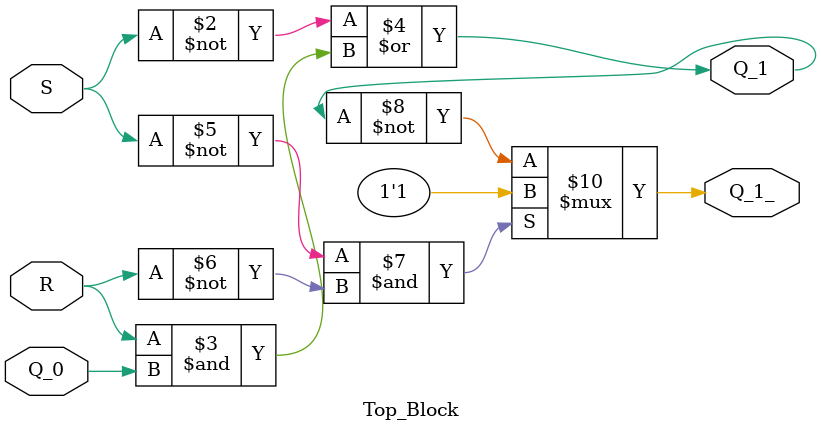
<source format=v>
`timescale 1ns / 1ps
module Top_Block(  //Top level logic block
    input  S, // S
    input  R, // R
    input  Q_0, // Qn(Previous state)
    output reg Q_1, // Qn+1(Next state)
    output reg Q_1_ // ~Qn+1(Complement of next state)
    );
//For handling Invalid State condition
always @(*) begin // Always true and executed 
    Q_1 = (~S) | (R & Q_0);  // Boolean Expression of SR Latch
    if (~S & ~R)  //For invalid state (S=0, R=0)
        Q_1_ = 1;
    else
        Q_1_ = ~Q_1;  //For other states make it perfect complement
end

endmodule
///////////////// CODE ENDS /////////////////////////////////



</source>
